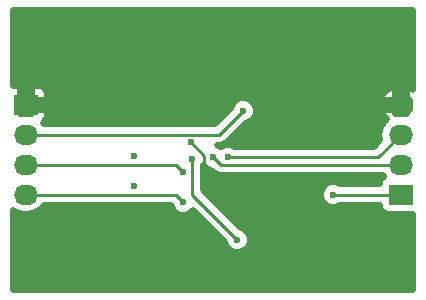
<source format=gbr>
G04 #@! TF.FileFunction,Copper,L2,Bot,Signal*
%FSLAX46Y46*%
G04 Gerber Fmt 4.6, Leading zero omitted, Abs format (unit mm)*
G04 Created by KiCad (PCBNEW 4.0.6) date 03/10/17 18:36:09*
%MOMM*%
%LPD*%
G01*
G04 APERTURE LIST*
%ADD10C,0.150000*%
%ADD11R,2.032000X1.727200*%
%ADD12O,2.032000X1.727200*%
%ADD13C,0.600000*%
%ADD14C,0.254000*%
%ADD15C,0.508000*%
G04 APERTURE END LIST*
D10*
D11*
X160655000Y-118110000D03*
D12*
X160655000Y-115570000D03*
X160655000Y-113030000D03*
X160655000Y-110490000D03*
D11*
X128905000Y-110490000D03*
D12*
X128905000Y-113030000D03*
X128905000Y-115570000D03*
X128905000Y-118110000D03*
D13*
X154940000Y-118110000D03*
X144907000Y-117094000D03*
X142875000Y-113665000D03*
X146812000Y-109982000D03*
X138049000Y-114808000D03*
X138049000Y-112014000D03*
X138049000Y-117348000D03*
X151003000Y-106680000D03*
X151003000Y-111760000D03*
X151003000Y-116840000D03*
X151003000Y-121920000D03*
X146812000Y-121920000D03*
X143002000Y-115062000D03*
X144780000Y-114935000D03*
X146050000Y-114935000D03*
X147320000Y-110998000D03*
X142240000Y-116205000D03*
X142240000Y-118745000D03*
D14*
X160655000Y-118110000D02*
X154940000Y-118110000D01*
X142875000Y-113665000D02*
X144018000Y-114808000D01*
X144018000Y-116205000D02*
X144907000Y-117094000D01*
X144018000Y-114808000D02*
X144018000Y-116205000D01*
X143002000Y-118110000D02*
X146812000Y-121920000D01*
X143002000Y-115062000D02*
X143002000Y-118110000D01*
X160655000Y-115570000D02*
X145415000Y-115570000D01*
X145415000Y-115570000D02*
X144780000Y-114935000D01*
X146050000Y-114935000D02*
X158750000Y-114935000D01*
X158750000Y-114935000D02*
X160655000Y-113030000D01*
X128905000Y-113030000D02*
X145288000Y-113030000D01*
X145288000Y-113030000D02*
X147320000Y-110998000D01*
X128905000Y-115570000D02*
X141605000Y-115570000D01*
X141605000Y-115570000D02*
X142240000Y-116205000D01*
X128905000Y-118110000D02*
X141605000Y-118110000D01*
X141605000Y-118110000D02*
X142240000Y-118745000D01*
D15*
G36*
X144177640Y-115834795D02*
X144567828Y-115996815D01*
X144584594Y-115996830D01*
X144786382Y-116198618D01*
X145074795Y-116391330D01*
X145415000Y-116459000D01*
X159144252Y-116459000D01*
X159237827Y-116599046D01*
X159097271Y-116689492D01*
X158923283Y-116944131D01*
X158867216Y-117221000D01*
X155553136Y-117221000D01*
X155542360Y-117210205D01*
X155152172Y-117048185D01*
X154729682Y-117047816D01*
X154339211Y-117209155D01*
X154040205Y-117507640D01*
X153878185Y-117897828D01*
X153877816Y-118320318D01*
X154039155Y-118710789D01*
X154337640Y-119009795D01*
X154727828Y-119171815D01*
X155150318Y-119172184D01*
X155540789Y-119010845D01*
X155552655Y-118999000D01*
X158866851Y-118999000D01*
X158915205Y-119255980D01*
X159082092Y-119515329D01*
X159336731Y-119689317D01*
X159639000Y-119750528D01*
X161671000Y-119750528D01*
X161723000Y-119740744D01*
X161723000Y-126163000D01*
X127837000Y-126163000D01*
X127837000Y-119439017D01*
X128095677Y-119611859D01*
X128717767Y-119735600D01*
X129092233Y-119735600D01*
X129714323Y-119611859D01*
X130241706Y-119259473D01*
X130415748Y-118999000D01*
X141195865Y-118999000D01*
X141339155Y-119345789D01*
X141637640Y-119644795D01*
X142027828Y-119806815D01*
X142450318Y-119807184D01*
X142840789Y-119645845D01*
X143060891Y-119426127D01*
X145749829Y-122115065D01*
X145749816Y-122130318D01*
X145911155Y-122520789D01*
X146209640Y-122819795D01*
X146599828Y-122981815D01*
X147022318Y-122982184D01*
X147412789Y-122820845D01*
X147711795Y-122522360D01*
X147873815Y-122132172D01*
X147874184Y-121709682D01*
X147712845Y-121319211D01*
X147414360Y-121020205D01*
X147024172Y-120858185D01*
X147007406Y-120858170D01*
X143891000Y-117741764D01*
X143891000Y-115675136D01*
X143901795Y-115664360D01*
X143932848Y-115589576D01*
X144177640Y-115834795D01*
X144177640Y-115834795D01*
G37*
X144177640Y-115834795D02*
X144567828Y-115996815D01*
X144584594Y-115996830D01*
X144786382Y-116198618D01*
X145074795Y-116391330D01*
X145415000Y-116459000D01*
X159144252Y-116459000D01*
X159237827Y-116599046D01*
X159097271Y-116689492D01*
X158923283Y-116944131D01*
X158867216Y-117221000D01*
X155553136Y-117221000D01*
X155542360Y-117210205D01*
X155152172Y-117048185D01*
X154729682Y-117047816D01*
X154339211Y-117209155D01*
X154040205Y-117507640D01*
X153878185Y-117897828D01*
X153877816Y-118320318D01*
X154039155Y-118710789D01*
X154337640Y-119009795D01*
X154727828Y-119171815D01*
X155150318Y-119172184D01*
X155540789Y-119010845D01*
X155552655Y-118999000D01*
X158866851Y-118999000D01*
X158915205Y-119255980D01*
X159082092Y-119515329D01*
X159336731Y-119689317D01*
X159639000Y-119750528D01*
X161671000Y-119750528D01*
X161723000Y-119740744D01*
X161723000Y-126163000D01*
X127837000Y-126163000D01*
X127837000Y-119439017D01*
X128095677Y-119611859D01*
X128717767Y-119735600D01*
X129092233Y-119735600D01*
X129714323Y-119611859D01*
X130241706Y-119259473D01*
X130415748Y-118999000D01*
X141195865Y-118999000D01*
X141339155Y-119345789D01*
X141637640Y-119644795D01*
X142027828Y-119806815D01*
X142450318Y-119807184D01*
X142840789Y-119645845D01*
X143060891Y-119426127D01*
X145749829Y-122115065D01*
X145749816Y-122130318D01*
X145911155Y-122520789D01*
X146209640Y-122819795D01*
X146599828Y-122981815D01*
X147022318Y-122982184D01*
X147412789Y-122820845D01*
X147711795Y-122522360D01*
X147873815Y-122132172D01*
X147874184Y-121709682D01*
X147712845Y-121319211D01*
X147414360Y-121020205D01*
X147024172Y-120858185D01*
X147007406Y-120858170D01*
X143891000Y-117741764D01*
X143891000Y-115675136D01*
X143901795Y-115664360D01*
X143932848Y-115589576D01*
X144177640Y-115834795D01*
G36*
X161723000Y-109203127D02*
X161404080Y-108995866D01*
X161163000Y-109111420D01*
X161163000Y-110058200D01*
X161421000Y-110058200D01*
X161421000Y-110921800D01*
X161163000Y-110921800D01*
X161163000Y-111256000D01*
X160147000Y-111256000D01*
X160147000Y-110921800D01*
X159134002Y-110921800D01*
X159022240Y-111161648D01*
X159379559Y-111642060D01*
X159529424Y-111739455D01*
X159318294Y-111880527D01*
X158965908Y-112407910D01*
X158842167Y-113030000D01*
X158934346Y-113493418D01*
X158381764Y-114046000D01*
X146663136Y-114046000D01*
X146652360Y-114035205D01*
X146262172Y-113873185D01*
X145839682Y-113872816D01*
X145449211Y-114034155D01*
X145415202Y-114068105D01*
X145382360Y-114035205D01*
X145102507Y-113919000D01*
X145288000Y-113919000D01*
X145628206Y-113851329D01*
X145916618Y-113658618D01*
X147515065Y-112060171D01*
X147530318Y-112060184D01*
X147920789Y-111898845D01*
X148219795Y-111600360D01*
X148381815Y-111210172D01*
X148382184Y-110787682D01*
X148220845Y-110397211D01*
X147922360Y-110098205D01*
X147532172Y-109936185D01*
X147109682Y-109935816D01*
X146719211Y-110097155D01*
X146420205Y-110395640D01*
X146258185Y-110785828D01*
X146258170Y-110802594D01*
X144919764Y-112141000D01*
X130415748Y-112141000D01*
X130328064Y-112009771D01*
X130352638Y-111999592D01*
X130566992Y-111785238D01*
X130683000Y-111505171D01*
X130683000Y-111112300D01*
X130492500Y-110921800D01*
X129413000Y-110921800D01*
X129413000Y-111256000D01*
X128397000Y-111256000D01*
X128397000Y-110921800D01*
X128139000Y-110921800D01*
X128139000Y-110058200D01*
X128397000Y-110058200D01*
X128397000Y-109054900D01*
X129413000Y-109054900D01*
X129413000Y-110058200D01*
X130492500Y-110058200D01*
X130683000Y-109867700D01*
X130683000Y-109818352D01*
X159022240Y-109818352D01*
X159134002Y-110058200D01*
X160147000Y-110058200D01*
X160147000Y-109111420D01*
X159905920Y-108995866D01*
X159379559Y-109337940D01*
X159022240Y-109818352D01*
X130683000Y-109818352D01*
X130683000Y-109474829D01*
X130566992Y-109194762D01*
X130352638Y-108980408D01*
X130072571Y-108864400D01*
X129603500Y-108864400D01*
X129413000Y-109054900D01*
X128397000Y-109054900D01*
X128206500Y-108864400D01*
X127837000Y-108864400D01*
X127837000Y-102437000D01*
X161723000Y-102437000D01*
X161723000Y-109203127D01*
X161723000Y-109203127D01*
G37*
X161723000Y-109203127D02*
X161404080Y-108995866D01*
X161163000Y-109111420D01*
X161163000Y-110058200D01*
X161421000Y-110058200D01*
X161421000Y-110921800D01*
X161163000Y-110921800D01*
X161163000Y-111256000D01*
X160147000Y-111256000D01*
X160147000Y-110921800D01*
X159134002Y-110921800D01*
X159022240Y-111161648D01*
X159379559Y-111642060D01*
X159529424Y-111739455D01*
X159318294Y-111880527D01*
X158965908Y-112407910D01*
X158842167Y-113030000D01*
X158934346Y-113493418D01*
X158381764Y-114046000D01*
X146663136Y-114046000D01*
X146652360Y-114035205D01*
X146262172Y-113873185D01*
X145839682Y-113872816D01*
X145449211Y-114034155D01*
X145415202Y-114068105D01*
X145382360Y-114035205D01*
X145102507Y-113919000D01*
X145288000Y-113919000D01*
X145628206Y-113851329D01*
X145916618Y-113658618D01*
X147515065Y-112060171D01*
X147530318Y-112060184D01*
X147920789Y-111898845D01*
X148219795Y-111600360D01*
X148381815Y-111210172D01*
X148382184Y-110787682D01*
X148220845Y-110397211D01*
X147922360Y-110098205D01*
X147532172Y-109936185D01*
X147109682Y-109935816D01*
X146719211Y-110097155D01*
X146420205Y-110395640D01*
X146258185Y-110785828D01*
X146258170Y-110802594D01*
X144919764Y-112141000D01*
X130415748Y-112141000D01*
X130328064Y-112009771D01*
X130352638Y-111999592D01*
X130566992Y-111785238D01*
X130683000Y-111505171D01*
X130683000Y-111112300D01*
X130492500Y-110921800D01*
X129413000Y-110921800D01*
X129413000Y-111256000D01*
X128397000Y-111256000D01*
X128397000Y-110921800D01*
X128139000Y-110921800D01*
X128139000Y-110058200D01*
X128397000Y-110058200D01*
X128397000Y-109054900D01*
X129413000Y-109054900D01*
X129413000Y-110058200D01*
X130492500Y-110058200D01*
X130683000Y-109867700D01*
X130683000Y-109818352D01*
X159022240Y-109818352D01*
X159134002Y-110058200D01*
X160147000Y-110058200D01*
X160147000Y-109111420D01*
X159905920Y-108995866D01*
X159379559Y-109337940D01*
X159022240Y-109818352D01*
X130683000Y-109818352D01*
X130683000Y-109474829D01*
X130566992Y-109194762D01*
X130352638Y-108980408D01*
X130072571Y-108864400D01*
X129603500Y-108864400D01*
X129413000Y-109054900D01*
X128397000Y-109054900D01*
X128206500Y-108864400D01*
X127837000Y-108864400D01*
X127837000Y-102437000D01*
X161723000Y-102437000D01*
X161723000Y-109203127D01*
M02*

</source>
